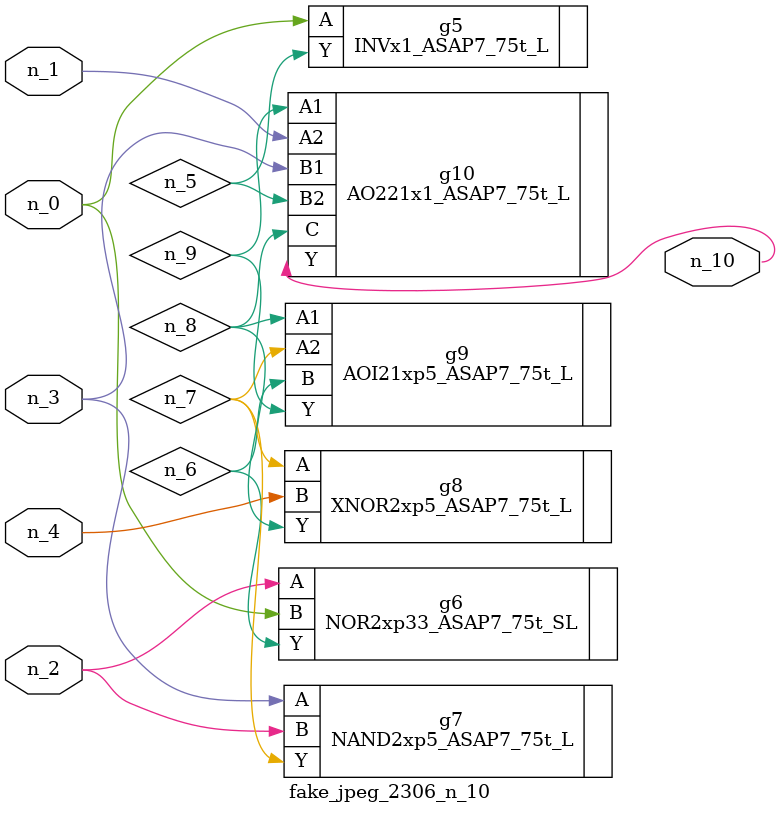
<source format=v>
module fake_jpeg_2306_n_10 (n_3, n_2, n_1, n_0, n_4, n_10);

input n_3;
input n_2;
input n_1;
input n_0;
input n_4;

output n_10;

wire n_8;
wire n_9;
wire n_6;
wire n_5;
wire n_7;

INVx1_ASAP7_75t_L g5 ( 
.A(n_0),
.Y(n_5)
);

NOR2xp33_ASAP7_75t_SL g6 ( 
.A(n_2),
.B(n_0),
.Y(n_6)
);

NAND2xp5_ASAP7_75t_L g7 ( 
.A(n_3),
.B(n_2),
.Y(n_7)
);

XNOR2xp5_ASAP7_75t_L g8 ( 
.A(n_7),
.B(n_4),
.Y(n_8)
);

AOI21xp5_ASAP7_75t_L g9 ( 
.A1(n_8),
.A2(n_7),
.B(n_6),
.Y(n_9)
);

AO221x1_ASAP7_75t_L g10 ( 
.A1(n_9),
.A2(n_1),
.B1(n_3),
.B2(n_5),
.C(n_8),
.Y(n_10)
);


endmodule
</source>
